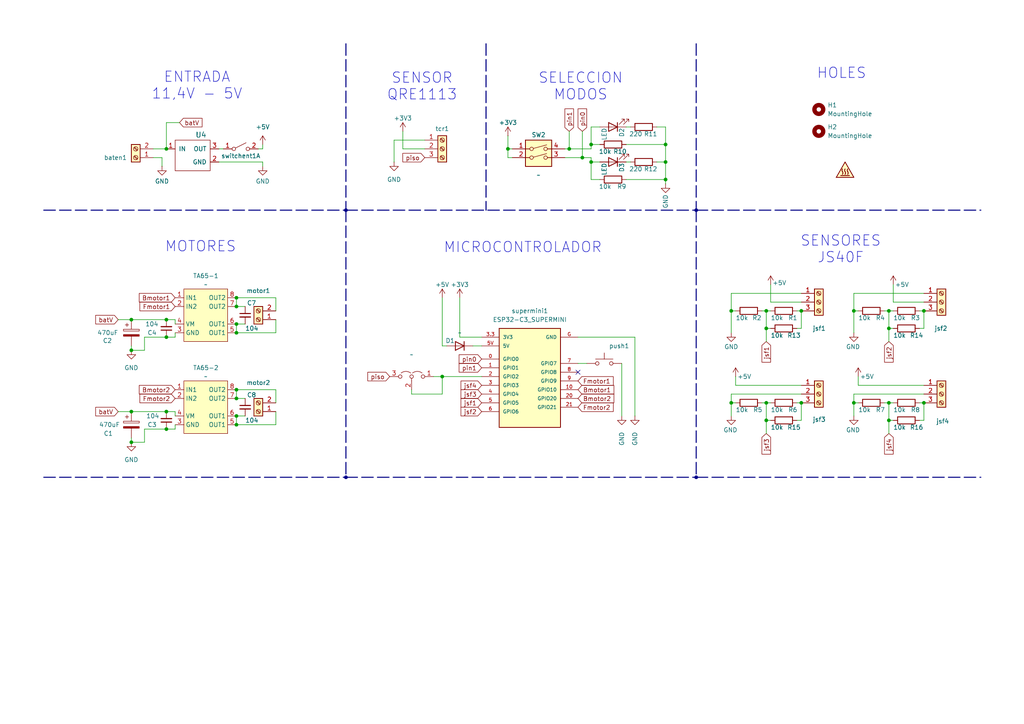
<source format=kicad_sch>
(kicad_sch (version 20250114) (generator "eeschema") (generator_version "9.0")
  (paper "A4")
  (title_block (title "minisumo"))
  (lib_symbols
    (symbol "Connector:Screw_Terminal_01x02" (pin_names (offset 1.016) (hide yes))
      (property "Reference" "J" (at 0 2.54 0))
      (property "Value" "Screw_Terminal_01x02" (at 0 -5.08 0))
      (symbol "Screw_Terminal_01x02_1_1"
        (rectangle (start -1.27 1.27) (end 1.27 -3.81) (stroke (width 0.254)) (fill (type background)))
        (polyline (pts (xy -0.5334 0.3302) (xy 0.3302 -0.508)) (stroke (width 0.1524)))
        (polyline (pts (xy -0.5334 -2.2098) (xy 0.3302 -3.048)) (stroke (width 0.1524)))
        (polyline (pts (xy -0.3556 0.508) (xy 0.508 -0.3302)) (stroke (width 0.1524)))
        (polyline (pts (xy -0.3556 -2.032) (xy 0.508 -2.8702)) (stroke (width 0.1524)))
        (circle (center 0 0) (radius 0.635) (stroke (width 0.1524)))
        (circle (center 0 -2.54) (radius 0.635) (stroke (width 0.1524)))
        (pin passive line (at -5.08 0 0) (length 3.81) (name "Pin_1") (number "1"))
        (pin passive line (at -5.08 -2.54 0) (length 3.81) (name "Pin_2") (number "2"))
      )
    )
    (symbol "Connector:Screw_Terminal_01x03" (pin_names (offset 1.016) (hide yes))
      (property "Reference" "J" (at 0 5.08 0))
      (property "Value" "Screw_Terminal_01x03" (at 0 -5.08 0))
      (symbol "Screw_Terminal_01x03_1_1"
        (rectangle (start -1.27 3.81) (end 1.27 -3.81) (stroke (width 0.254)) (fill (type background)))
        (polyline (pts (xy -0.5334 2.8702) (xy 0.3302 2.032)) (stroke (width 0.1524)))
        (polyline (pts (xy -0.5334 0.3302) (xy 0.3302 -0.508)) (stroke (width 0.1524)))
        (polyline (pts (xy -0.5334 -2.2098) (xy 0.3302 -3.048)) (stroke (width 0.1524)))
        (polyline (pts (xy -0.3556 3.048) (xy 0.508 2.2098)) (stroke (width 0.1524)))
        (polyline (pts (xy -0.3556 0.508) (xy 0.508 -0.3302)) (stroke (width 0.1524)))
        (polyline (pts (xy -0.3556 -2.032) (xy 0.508 -2.8702)) (stroke (width 0.1524)))
        (circle (center 0 2.54) (radius 0.635) (stroke (width 0.1524)))
        (circle (center 0 0) (radius 0.635) (stroke (width 0.1524)))
        (circle (center 0 -2.54) (radius 0.635) (stroke (width 0.1524)))
        (pin passive line (at -5.08 2.54 0) (length 3.81) (name "Pin_1") (number "1"))
        (pin passive line (at -5.08 0 0) (length 3.81) (name "Pin_2") (number "2"))
        (pin passive line (at -5.08 -2.54 0) (length 3.81) (name "Pin_3") (number "3"))
      )
    )
    (symbol "Device:C_Polarized" (pin_numbers (hide yes)) (pin_names (offset 0.254))
      (property "Reference" "C" (at 0.635 2.54 0))
      (property "Value" "C_Polarized" (at 0.635 -2.54 0))
      (symbol "C_Polarized_0_1"
        (rectangle (start -2.286 0.508) (end 2.286 1.016))
        (polyline (pts (xy -1.778 2.286) (xy -0.762 2.286)))
        (polyline (pts (xy -1.27 2.794) (xy -1.27 1.778)))
        (rectangle (start 2.286 -0.508) (end -2.286 -1.016) (fill (type outline)))
      )
      (symbol "C_Polarized_1_1"
        (pin passive line (at 0 3.81 270) (length 2.794) (name "~") (number "1"))
        (pin passive line (at 0 -3.81 90) (length 2.794) (name "~") (number "2"))
      )
    )
    (symbol "Device:C_Small" (pin_numbers (hide yes)) (pin_names (offset 0.254) (hide yes))
      (property "Reference" "C" (at 0.254 1.778 0))
      (property "Value" "C_Small" (at 0.254 -2.032 0))
      (symbol "C_Small_0_1"
        (polyline (pts (xy -1.524 0.508) (xy 1.524 0.508)) (stroke (width 0.3048)))
        (polyline (pts (xy -1.524 -0.508) (xy 1.524 -0.508)) (stroke (width 0.3302)))
      )
      (symbol "C_Small_1_1"
        (pin passive line (at 0 2.54 270) (length 2.032) (name "~") (number "1"))
        (pin passive line (at 0 -2.54 90) (length 2.032) (name "~") (number "2"))
      )
    )
    (symbol "Device:D" (pin_numbers (hide yes)) (pin_names (offset 1.016) (hide yes))
      (property "Reference" "D" (at 0 2.54 0))
      (property "Value" "D" (at 0 -2.54 0))
      (symbol "D_0_1"
        (polyline (pts (xy -1.27 1.27) (xy -1.27 -1.27)) (stroke (width 0.254)))
        (polyline (pts (xy 1.27 1.27) (xy 1.27 -1.27) (xy -1.27 0) (xy 1.27 1.27)) (stroke (width 0.254)))
        (polyline (pts (xy 1.27 0) (xy -1.27 0)))
      )
      (symbol "D_1_1"
        (pin passive line (at -3.81 0 0) (length 2.54) (name "K") (number "1"))
        (pin passive line (at 3.81 0 180) (length 2.54) (name "A") (number "2"))
      )
    )
    (symbol "Device:LED" (pin_numbers (hide yes)) (pin_names (offset 1.016) (hide yes))
      (property "Reference" "D" (at 0 2.54 0))
      (property "Value" "LED" (at 0 -2.54 0))
      (symbol "LED_0_1"
        (polyline (pts (xy -3.048 -0.762) (xy -4.572 -2.286) (xy -3.81 -2.286) (xy -4.572 -2.286) (xy -4.572 -1.524)))
        (polyline (pts (xy -1.778 -0.762) (xy -3.302 -2.286) (xy -2.54 -2.286) (xy -3.302 -2.286) (xy -3.302 -1.524)))
        (polyline (pts (xy -1.27 0) (xy 1.27 0)))
        (polyline (pts (xy -1.27 -1.27) (xy -1.27 1.27)) (stroke (width 0.254)))
        (polyline (pts (xy 1.27 -1.27) (xy 1.27 1.27) (xy -1.27 0) (xy 1.27 -1.27)) (stroke (width 0.254)))
      )
      (symbol "LED_1_1"
        (pin passive line (at -3.81 0 0) (length 2.54) (name "K") (number "1"))
        (pin passive line (at 3.81 0 180) (length 2.54) (name "A") (number "2"))
      )
    )
    (symbol "Device:R" (pin_numbers (hide yes)) (pin_names (offset 0))
      (property "Reference" "R" (at 2.032 0 90))
      (property "Value" "R" (at 0 0 90))
      (symbol "R_0_1"
        (rectangle (start -1.016 -2.54) (end 1.016 2.54) (stroke (width 0.254)))
      )
      (symbol "R_1_1"
        (pin passive line (at 0 3.81 270) (length 1.27) (name "~") (number "1"))
        (pin passive line (at 0 -3.81 90) (length 1.27) (name "~") (number "2"))
      )
    )
    (symbol "EESTN5:SW_Push" (pin_numbers (hide yes)) (pin_names (offset 1.016) (hide yes))
      (property "Reference" "SW" (at 1.27 2.54 0))
      (symbol "SW_Push_0_1"
        (circle (center -2.032 0) (radius 0.508))
        (polyline (pts (xy 0 1.27) (xy 0 3.048)))
        (circle (center 2.032 0) (radius 0.508))
        (polyline (pts (xy 2.54 1.27) (xy -2.54 1.27)))
        (pin passive line (at -5.08 0 0) (length 2.54) (name "1") (number "1"))
        (pin passive line (at 5.08 0 180) (length 2.54) (name "2") (number "2"))
      )
    )
    (symbol "Graphic:SYM_Hot_Small" (in_bom no) (on_board no)
      (symbol "SYM_Hot_Small_0_1"
        (polyline (pts (xy -2.54 -1.905) (xy 2.54 -1.905) (xy 0 2.54) (xy -2.54 -1.905)) (stroke (width 0.254)) (fill (type background)))
        (arc (start -0.762 -0.254) (mid -0.635 -0.635) (end -0.762 -1.016) (stroke (width 0.254)))
        (arc (start 0 -0.254) (mid 0.127 -0.635) (end 0 -1.016) (stroke (width 0.254)))
        (arc (start -0.762 -0.254) (mid -0.889 0.127) (end -0.762 0.508) (stroke (width 0.254)))
        (arc (start 0.762 -0.254) (mid 0.889 -0.635) (end 0.762 -1.016) (stroke (width 0.254)))
        (arc (start 0 -0.254) (mid -0.127 0.127) (end 0 0.508) (stroke (width 0.254)))
        (arc (start 0.762 -0.254) (mid 0.635 0.127) (end 0.762 0.508) (stroke (width 0.254)))
        (polyline (pts (xy 1.27 -1.397) (xy -1.27 -1.397)) (stroke (width 0.254)))
      )
    )
    (symbol "Jumper:Jumper_3_Open" (pin_names (offset 0) (hide yes)) (exclude_from_sim yes) (in_bom no)
      (property "Reference" "JP" (at -2.54 -2.54 0))
      (property "Value" "Jumper_3_Open" (at 0 2.794 0))
      (symbol "Jumper_3_Open_0_0"
        (circle (center -3.302 0) (radius 0.508))
        (circle (center 0 0) (radius 0.508))
        (circle (center 3.302 0) (radius 0.508))
      )
      (symbol "Jumper_3_Open_0_1"
        (arc (start -3.048 1.016) (mid -1.651 1.4992) (end -0.254 1.016))
        (polyline (pts (xy 0 -0.508) (xy 0 -1.27)))
        (arc (start 0.254 1.016) (mid 1.651 1.4992) (end 3.048 1.016))
      )
      (symbol "Jumper_3_Open_1_1"
        (pin passive line (at -6.35 0 0) (length 2.54) (name "A") (number "1"))
        (pin passive line (at 0 -3.81 90) (length 2.54) (name "C") (number "2"))
        (pin passive line (at 6.35 0 180) (length 2.54) (name "B") (number "3"))
      )
    )
    (symbol "Mechanical:MountingHole" (pin_names (offset 1.016)) (in_bom no)
      (property "Reference" "H" (at 0 5.08 0))
      (property "Value" "MountingHole" (at 0 3.175 0))
      (symbol "MountingHole_0_1"
        (circle (center 0 0) (radius 1.27) (stroke (width 1.27)))
      )
    )
    (symbol "MixLib:ESP32-C3_SUPERMINI" (pin_names (offset 1.016))
      (property "Reference" "U" (at -12.7 15.494 0))
      (property "Value" "ESP32-C3_SUPERMINI" (at -12.7 -20.32 0))
      (symbol "ESP32-C3_SUPERMINI_0_0"
        (rectangle (start -12.7 15.24) (end 5.08 -13.462) (stroke (width 0.254)) (fill (type background)))
        (pin power_in line (at -17.78 12.7 0) (length 5.08) (name "3V3") (number "3.3"))
        (pin power_in line (at -17.78 10.16 0) (length 5.08) (name "5V") (number "5V"))
        (pin bidirectional line (at -17.78 6.35 0) (length 5.08) (name "GPIO0") (number "0"))
        (pin bidirectional line (at -17.78 3.81 0) (length 5.08) (name "GPIO1") (number "1"))
        (pin bidirectional line (at -17.78 1.27 0) (length 5.08) (name "GPIO2") (number "2"))
        (pin bidirectional line (at -17.78 -1.27 0) (length 5.08) (name "GPIO3") (number "3"))
        (pin bidirectional line (at -17.78 -3.81 0) (length 5.08) (name "GPIO4") (number "4"))
        (pin bidirectional line (at -17.78 -6.35 0) (length 5.08) (name "GPIO5") (number "5"))
        (pin bidirectional line (at -17.78 -8.89 0) (length 5.08) (name "GPIO6") (number "6"))
        (pin power_in line (at 10.16 12.7 180) (length 5.08) (name "GND") (number "G"))
        (pin bidirectional line (at 10.16 5.08 180) (length 5.08) (name "GPIO7") (number "7"))
        (pin bidirectional line (at 10.16 2.54 180) (length 5.08) (name "GPIO8") (number "8"))
        (pin bidirectional line (at 10.16 0 180) (length 5.08) (name "GPIO9") (number "9"))
        (pin bidirectional line (at 10.16 -2.54 180) (length 5.08) (name "GPIO10") (number "10"))
        (pin bidirectional line (at 10.16 -5.08 180) (length 5.08) (name "GPIO20") (number "20"))
        (pin bidirectional line (at 10.16 -7.62 180) (length 5.08) (name "GPIO21") (number "21"))
      )
    )
    (symbol "MixLib:Mini360" (pin_names (offset 1.016))
      (property "Reference" "U" (at -5.588 5.08 0))
      (symbol "Mini360_1_1"
        (rectangle (start -10.16 6.35) (end 0 -2.54))
        (pin power_in line (at -12.7 3.81 0) (length 2.54) (name "IN") (number "1"))
        (pin power_out line (at 2.54 3.81 180) (length 2.54) (name "OUT") (number "3"))
        (pin power_out line (at 2.54 0 180) (length 2.54) (name "GND") (number "2"))
      )
    )
    (symbol "MixLib:TA6586"
      (property "Reference" "U" (at -1.016 0.254 0))
      (symbol "TA6586_1_1"
        (rectangle (start -6.35 7.62) (end 6.35 -7.62) (fill (type background)))
        (pin input line (at -8.89 5.08 0) (length 2.54) (name "IN1") (number "1"))
        (pin input line (at -8.89 2.54 0) (length 2.54) (name "IN2") (number "2"))
        (pin power_in line (at -8.89 -2.54 0) (length 2.54) (name "VM") (number "4"))
        (pin power_out line (at -8.89 -5.08 0) (length 2.54) (name "GND") (number "3"))
        (pin power_out line (at 8.89 5.08 180) (length 2.54) (name "OUT2") (number "8"))
        (pin power_out line (at 8.89 2.54 180) (length 2.54) (name "OUT2") (number "7"))
        (pin power_out line (at 8.89 -2.54 180) (length 2.54) (name "OUT1") (number "6"))
        (pin power_out line (at 8.89 -5.08 180) (length 2.54) (name "OUT1") (number "5"))
      )
    )
    (symbol "Switch:SW_DIP_x02" (pin_names (offset 0) (hide yes))
      (property "Reference" "SW" (at 0 6.35 0))
      (property "Value" "SW_DIP_x02" (at 0 -3.81 0))
      (symbol "SW_DIP_x02_0_0"
        (circle (center -2.032 2.54) (radius 0.508))
        (circle (center -2.032 0) (radius 0.508))
        (polyline (pts (xy -1.524 2.667) (xy 2.3622 3.7084)))
        (polyline (pts (xy -1.524 0.127) (xy 2.3622 1.1684)))
        (circle (center 2.032 2.54) (radius 0.508))
        (circle (center 2.032 0) (radius 0.508))
      )
      (symbol "SW_DIP_x02_0_1"
        (rectangle (start -3.81 5.08) (end 3.81 -2.54) (stroke (width 0.254)) (fill (type background)))
      )
      (symbol "SW_DIP_x02_1_1"
        (pin passive line (at -7.62 2.54 0) (length 5.08) (name "~") (number "1"))
        (pin passive line (at -7.62 0 0) (length 5.08) (name "~") (number "2"))
        (pin passive line (at 7.62 2.54 180) (length 5.08) (name "~") (number "4"))
        (pin passive line (at 7.62 0 180) (length 5.08) (name "~") (number "3"))
      )
    )
    (symbol "Switch:SW_DPST_x2" (pin_names (offset 0) (hide yes))
      (property "Reference" "SW" (at 0 3.175 0))
      (property "Value" "SW_DPST_x2" (at 0 -2.54 0))
      (symbol "SW_DPST_x2_0_0"
        (circle (center -2.032 0) (radius 0.508))
        (polyline (pts (xy -1.524 0.254) (xy 1.524 1.778)))
        (circle (center 2.032 0) (radius 0.508))
      )
      (symbol "SW_DPST_x2_1_1"
        (pin passive line (at -5.08 0 0) (length 2.54) (name "A") (number "1"))
        (pin passive line (at 5.08 0 180) (length 2.54) (name "B") (number "2"))
      )
      (symbol "SW_DPST_x2_2_1"
        (pin passive line (at -5.08 0 0) (length 2.54) (name "A") (number "3"))
        (pin passive line (at 5.08 0 180) (length 2.54) (name "B") (number "4"))
      )
    )
    (symbol "power:+3V3" (power) (pin_numbers (hide yes)) (pin_names (offset 0) (hide yes))
      (property "Value" "+3V3" (at 0 3.556 0))
      (symbol "+3V3_0_1"
        (polyline (pts (xy -0.762 1.27) (xy 0 2.54)))
        (polyline (pts (xy 0 2.54) (xy 0.762 1.27)))
        (polyline (pts (xy 0 0) (xy 0 2.54)))
      )
      (symbol "+3V3_1_1"
        (pin power_in line (at 0 0 90) (length 0) (name "~") (number "1"))
      )
    )
    (symbol "power:+5V" (power) (pin_numbers (hide yes)) (pin_names (offset 0) (hide yes))
      (property "Value" "+5V" (at 0 3.556 0))
      (symbol "+5V_0_1"
        (polyline (pts (xy -0.762 1.27) (xy 0 2.54)))
        (polyline (pts (xy 0 2.54) (xy 0.762 1.27)))
        (polyline (pts (xy 0 0) (xy 0 2.54)))
      )
      (symbol "+5V_1_1"
        (pin power_in line (at 0 0 90) (length 0) (name "~") (number "1"))
      )
    )
    (symbol "power:GND" (power) (pin_numbers (hide yes)) (pin_names (offset 0) (hide yes))
      (property "Value" "GND" (at 0 -3.81 0))
      (symbol "GND_0_1"
        (polyline (pts (xy 0 0) (xy 0 -1.27) (xy 1.27 -1.27) (xy 0 -2.54) (xy -1.27 -1.27) (xy 0 -1.27)))
      )
      (symbol "GND_1_1"
        (pin power_in line (at 0 0 270) (length 0) (name "~") (number "1"))
      )
    )
  )
  (text "SENSOR\nQRE1113" (at 122.428 25.146 0) (effects (font (size 3 3))))
  (text "SELECCION\nMODOS" (at 168.402 25.146 0) (effects (font (size 3 3))))
  (text "HOLES" (at 244.094 21.336 0) (effects (font (size 3 3))))
  (text "MICROCONTROLADOR" (at 151.638 71.882 0) (effects (font (size 3 3))))
  (text "ENTRADA\n11,4V - 5V\n" (at 57.15 24.892 0) (effects (font (size 3 3))))
  (text "MOTORES" (at 58.166 71.628 0) (effects (font (size 3 3))))
  (text "SENSORES\nJS40F" (at 243.84 72.39 0) (effects (font (size 3 3))))
  (junction (at 232.41 116.84))
  (junction (at 212.09 116.84))
  (junction (at 171.45 41.91))
  (junction (at 257.81 95.25))
  (junction (at 212.09 90.17))
  (junction (at 247.65 116.84))
  (junction (at 48.26 124.46))
  (junction (at 100.33 138.43))
  (junction (at 165.1 43.18))
  (junction (at 247.65 90.17))
  (junction (at 267.97 90.17))
  (junction (at 48.26 92.71))
  (junction (at 68.58 120.65))
  (junction (at 38.1 101.6))
  (junction (at 38.1 119.38))
  (junction (at 68.58 113.03))
  (junction (at 128.27 109.22))
  (junction (at 100.33 60.96))
  (junction (at 168.91 45.72))
  (junction (at 222.25 90.17))
  (junction (at 147.32 43.18))
  (junction (at 68.58 115.57))
  (junction (at 68.58 88.9))
  (junction (at 201.93 138.43))
  (junction (at 222.25 121.92))
  (junction (at 68.58 86.36))
  (junction (at 193.04 46.99))
  (junction (at 222.25 116.84))
  (junction (at 68.58 93.98))
  (junction (at 171.45 46.99))
  (junction (at 193.04 52.07))
  (junction (at 257.81 121.92))
  (junction (at 68.58 96.52))
  (junction (at 68.58 123.19))
  (junction (at 257.81 90.17))
  (junction (at 48.26 43.18))
  (junction (at 38.1 128.27))
  (junction (at 222.25 95.25))
  (junction (at 48.26 119.38))
  (junction (at 193.04 41.91))
  (junction (at 201.93 60.96))
  (junction (at 257.81 116.84))
  (junction (at 232.41 90.17))
  (junction (at 38.1 92.71))
  (junction (at 48.26 97.79))
  (junction (at 267.97 116.84))
  (no_connect (at 167.64 107.95))
  (bus (pts (xy 201.93 60.96) (xy 201.93 138.43)) (stroke (width 0) (type dash)))
  (wire (pts (xy 257.81 90.17) (xy 257.81 95.25)))
  (wire (pts (xy 259.08 87.63) (xy 267.97 87.63)))
  (wire (pts (xy 128.27 86.36) (xy 128.27 100.33)))
  (wire (pts (xy 212.09 90.17) (xy 212.09 96.52)))
  (wire (pts (xy 181.61 46.99) (xy 182.88 46.99)))
  (wire (pts (xy 212.09 85.09) (xy 212.09 90.17)))
  (wire (pts (xy 222.25 90.17) (xy 222.25 95.25)))
  (wire (pts (xy 68.58 113.03) (xy 80.01 113.03)))
  (wire (pts (xy 80.01 123.19) (xy 80.01 119.38)))
  (bus (pts (xy 140.97 12.7) (xy 140.97 60.96)) (stroke (width 0) (type dash)))
  (wire (pts (xy 163.83 43.18) (xy 165.1 43.18)))
  (wire (pts (xy 171.45 41.91) (xy 173.99 41.91)))
  (wire (pts (xy 193.04 36.83) (xy 193.04 41.91)))
  (wire (pts (xy 193.04 41.91) (xy 193.04 46.99)))
  (wire (pts (xy 182.88 36.83) (xy 181.61 36.83)))
  (wire (pts (xy 128.27 100.33) (xy 129.54 100.33)))
  (wire (pts (xy 168.91 38.1) (xy 168.91 45.72)))
  (wire (pts (xy 231.14 116.84) (xy 232.41 116.84)))
  (wire (pts (xy 50.8 92.71) (xy 50.8 93.98)))
  (wire (pts (xy 41.91 101.6) (xy 41.91 97.79)))
  (wire (pts (xy 71.12 93.98) (xy 68.58 93.98)))
  (wire (pts (xy 76.2 48.26) (xy 76.2 46.99)))
  (wire (pts (xy 257.81 95.25) (xy 259.08 95.25)))
  (wire (pts (xy 170.18 105.41) (xy 167.64 105.41)))
  (wire (pts (xy 247.65 116.84) (xy 248.92 116.84)))
  (wire (pts (xy 41.91 97.79) (xy 48.26 97.79)))
  (wire (pts (xy 68.58 96.52) (xy 80.01 96.52)))
  (wire (pts (xy 247.65 114.3) (xy 247.65 116.84)))
  (wire (pts (xy 171.45 46.99) (xy 171.45 52.07)))
  (wire (pts (xy 256.54 90.17) (xy 257.81 90.17)))
  (wire (pts (xy 133.35 97.79) (xy 133.35 86.36)))
  (wire (pts (xy 267.97 90.17) (xy 267.97 95.25)))
  (bus (pts (xy 12.7 138.43) (xy 100.33 138.43)) (stroke (width 0) (type dash)))
  (wire (pts (xy 34.29 119.38) (xy 38.1 119.38)))
  (wire (pts (xy 137.16 100.33) (xy 139.7 100.33)))
  (wire (pts (xy 44.45 45.72) (xy 46.99 45.72)))
  (wire (pts (xy 248.92 109.22) (xy 248.92 111.76)))
  (wire (pts (xy 257.81 116.84) (xy 257.81 121.92)))
  (wire (pts (xy 223.52 87.63) (xy 232.41 87.63)))
  (wire (pts (xy 38.1 128.27) (xy 38.1 127)))
  (wire (pts (xy 148.59 45.72) (xy 147.32 45.72)))
  (wire (pts (xy 76.2 46.99) (xy 63.5 46.99)))
  (wire (pts (xy 193.04 46.99) (xy 193.04 52.07)))
  (wire (pts (xy 171.45 41.91) (xy 171.45 36.83)))
  (wire (pts (xy 80.01 96.52) (xy 80.01 92.71)))
  (wire (pts (xy 71.12 88.9) (xy 68.58 88.9)))
  (wire (pts (xy 68.58 113.03) (xy 68.58 115.57)))
  (wire (pts (xy 247.65 90.17) (xy 247.65 85.09)))
  (wire (pts (xy 50.8 97.79) (xy 50.8 96.52)))
  (wire (pts (xy 71.12 115.57) (xy 68.58 115.57)))
  (wire (pts (xy 38.1 128.27) (xy 41.91 128.27)))
  (wire (pts (xy 259.08 82.55) (xy 259.08 87.63)))
  (wire (pts (xy 212.09 114.3) (xy 212.09 116.84)))
  (wire (pts (xy 48.26 119.38) (xy 50.8 119.38)))
  (wire (pts (xy 267.97 116.84) (xy 267.97 121.92)))
  (wire (pts (xy 147.32 43.18) (xy 148.59 43.18)))
  (bus (pts (xy 100.33 138.43) (xy 201.93 138.43)) (stroke (width 0) (type dash)))
  (wire (pts (xy 267.97 95.25) (xy 266.7 95.25)))
  (wire (pts (xy 171.45 43.18) (xy 171.45 41.91)))
  (wire (pts (xy 114.3 40.64) (xy 114.3 46.99)))
  (wire (pts (xy 38.1 101.6) (xy 41.91 101.6)))
  (wire (pts (xy 38.1 92.71) (xy 48.26 92.71)))
  (wire (pts (xy 232.41 121.92) (xy 231.14 121.92)))
  (wire (pts (xy 212.09 85.09) (xy 232.41 85.09)))
  (wire (pts (xy 80.01 86.36) (xy 80.01 90.17)))
  (wire (pts (xy 168.91 45.72) (xy 171.45 45.72)))
  (wire (pts (xy 52.07 35.56) (xy 48.26 35.56)))
  (wire (pts (xy 147.32 39.37) (xy 147.32 43.18)))
  (bus (pts (xy 201.93 138.43) (xy 284.48 138.43)) (stroke (width 0) (type dash)))
  (wire (pts (xy 48.26 35.56) (xy 48.26 43.18)))
  (wire (pts (xy 247.65 116.84) (xy 247.65 120.65)))
  (bus (pts (xy 201.93 12.7) (xy 201.93 60.96)) (stroke (width 0) (type dash)))
  (wire (pts (xy 125.73 109.22) (xy 128.27 109.22)))
  (wire (pts (xy 231.14 90.17) (xy 232.41 90.17)))
  (wire (pts (xy 48.26 92.71) (xy 50.8 92.71)))
  (wire (pts (xy 220.98 90.17) (xy 222.25 90.17)))
  (wire (pts (xy 48.26 124.46) (xy 50.8 124.46)))
  (wire (pts (xy 38.1 119.38) (xy 48.26 119.38)))
  (wire (pts (xy 68.58 86.36) (xy 68.58 88.9)))
  (wire (pts (xy 232.41 95.25) (xy 231.14 95.25)))
  (wire (pts (xy 68.58 120.65) (xy 68.58 123.19)))
  (wire (pts (xy 147.32 45.72) (xy 147.32 43.18)))
  (wire (pts (xy 247.65 90.17) (xy 248.92 90.17)))
  (wire (pts (xy 76.2 41.91) (xy 76.2 43.18)))
  (wire (pts (xy 68.58 86.36) (xy 80.01 86.36)))
  (wire (pts (xy 193.04 53.34) (xy 193.04 52.07)))
  (wire (pts (xy 123.19 43.18) (xy 116.84 43.18)))
  (wire (pts (xy 212.09 116.84) (xy 213.36 116.84)))
  (bus (pts (xy 201.93 60.96) (xy 284.48 60.96)) (stroke (width 0) (type dash)))
  (wire (pts (xy 68.58 93.98) (xy 68.58 96.52)))
  (wire (pts (xy 184.15 97.79) (xy 184.15 120.65)))
  (wire (pts (xy 257.81 121.92) (xy 257.81 125.73)))
  (bus (pts (xy 100.33 60.96) (xy 201.93 60.96)) (stroke (width 0) (type dash)))
  (wire (pts (xy 123.19 40.64) (xy 114.3 40.64)))
  (wire (pts (xy 80.01 113.03) (xy 80.01 116.84)))
  (wire (pts (xy 222.25 121.92) (xy 222.25 125.73)))
  (bus (pts (xy 100.33 12.7) (xy 100.33 60.96)) (stroke (width 0) (type dash)))
  (bus (pts (xy 12.7 60.96) (xy 100.33 60.96)) (stroke (width 0) (type dash)))
  (wire (pts (xy 116.84 43.18) (xy 116.84 38.1)))
  (wire (pts (xy 247.65 90.17) (xy 247.65 96.52)))
  (wire (pts (xy 212.09 114.3) (xy 232.41 114.3)))
  (wire (pts (xy 257.81 121.92) (xy 259.08 121.92)))
  (wire (pts (xy 139.7 97.79) (xy 133.35 97.79)))
  (wire (pts (xy 128.27 114.3) (xy 128.27 109.22)))
  (wire (pts (xy 181.61 52.07) (xy 193.04 52.07)))
  (wire (pts (xy 220.98 116.84) (xy 222.25 116.84)))
  (wire (pts (xy 213.36 111.76) (xy 232.41 111.76)))
  (wire (pts (xy 68.58 123.19) (xy 80.01 123.19)))
  (wire (pts (xy 222.25 95.25) (xy 223.52 95.25)))
  (wire (pts (xy 256.54 116.84) (xy 257.81 116.84)))
  (wire (pts (xy 213.36 109.22) (xy 213.36 111.76)))
  (wire (pts (xy 222.25 121.92) (xy 223.52 121.92)))
  (wire (pts (xy 48.26 97.79) (xy 50.8 97.79)))
  (wire (pts (xy 41.91 128.27) (xy 41.91 124.46)))
  (wire (pts (xy 128.27 109.22) (xy 139.7 109.22)))
  (wire (pts (xy 222.25 116.84) (xy 223.52 116.84)))
  (wire (pts (xy 50.8 124.46) (xy 50.8 123.19)))
  (wire (pts (xy 267.97 121.92) (xy 266.7 121.92)))
  (wire (pts (xy 165.1 43.18) (xy 171.45 43.18)))
  (wire (pts (xy 167.64 97.79) (xy 184.15 97.79)))
  (wire (pts (xy 222.25 116.84) (xy 222.25 121.92)))
  (wire (pts (xy 222.25 90.17) (xy 223.52 90.17)))
  (wire (pts (xy 165.1 38.1) (xy 165.1 43.18)))
  (wire (pts (xy 247.65 85.09) (xy 267.97 85.09)))
  (wire (pts (xy 34.29 92.71) (xy 38.1 92.71)))
  (wire (pts (xy 247.65 114.3) (xy 267.97 114.3)))
  (wire (pts (xy 223.52 82.55) (xy 223.52 87.63)))
  (wire (pts (xy 222.25 95.25) (xy 222.25 99.06)))
  (bus (pts (xy 100.33 60.96) (xy 100.33 138.43)) (stroke (width 0) (type dash)))
  (wire (pts (xy 190.5 36.83) (xy 193.04 36.83)))
  (wire (pts (xy 38.1 100.33) (xy 38.1 101.6)))
  (wire (pts (xy 173.99 36.83) (xy 171.45 36.83)))
  (wire (pts (xy 171.45 45.72) (xy 171.45 46.99)))
  (wire (pts (xy 257.81 95.25) (xy 257.81 99.06)))
  (wire (pts (xy 163.83 45.72) (xy 168.91 45.72)))
  (wire (pts (xy 212.09 90.17) (xy 213.36 90.17)))
  (wire (pts (xy 266.7 116.84) (xy 267.97 116.84)))
  (wire (pts (xy 119.38 113.03) (xy 119.38 114.3)))
  (wire (pts (xy 76.2 43.18) (xy 74.93 43.18)))
  (wire (pts (xy 171.45 46.99) (xy 173.99 46.99)))
  (wire (pts (xy 180.34 120.65) (xy 180.34 105.41)))
  (wire (pts (xy 232.41 116.84) (xy 232.41 121.92)))
  (wire (pts (xy 50.8 119.38) (xy 50.8 120.65)))
  (wire (pts (xy 212.09 116.84) (xy 212.09 120.65)))
  (wire (pts (xy 257.81 116.84) (xy 259.08 116.84)))
  (wire (pts (xy 248.92 111.76) (xy 267.97 111.76)))
  (wire (pts (xy 266.7 90.17) (xy 267.97 90.17)))
  (wire (pts (xy 41.91 124.46) (xy 48.26 124.46)))
  (wire (pts (xy 119.38 114.3) (xy 128.27 114.3)))
  (wire (pts (xy 71.12 120.65) (xy 68.58 120.65)))
  (wire (pts (xy 64.77 43.18) (xy 63.5 43.18)))
  (wire (pts (xy 257.81 90.17) (xy 259.08 90.17)))
  (wire (pts (xy 232.41 90.17) (xy 232.41 95.25)))
  (wire (pts (xy 173.99 52.07) (xy 171.45 52.07)))
  (wire (pts (xy 46.99 45.72) (xy 46.99 48.26)))
  (wire (pts (xy 44.45 43.18) (xy 48.26 43.18)))
  (wire (pts (xy 181.61 41.91) (xy 193.04 41.91)))
  (wire (pts (xy 193.04 46.99) (xy 190.5 46.99)))
  (global_label "Fmotor1" (shape input) (at 50.8 88.9 180) (property "Intersheetrefs" "${INTERSHEET_REFS}" (effects (hide yes))))
  (global_label "pin1" (shape input) (at 165.1 38.1 90) (property "Intersheetrefs" "${INTERSHEET_REFS}" (effects (hide yes))))
  (global_label "Fmotor1" (shape input) (at 167.64 110.49 0) (property "Intersheetrefs" "${INTERSHEET_REFS}" (effects (hide yes))))
  (global_label "jsf1" (shape input) (at 139.7 116.84 180) (property "Intersheetrefs" "${INTERSHEET_REFS}" (effects (hide yes))))
  (global_label "jsf1" (shape input) (at 222.25 99.06 270) (property "Intersheetrefs" "${INTERSHEET_REFS}" (effects (hide yes))))
  (global_label "jsf3" (shape input) (at 139.7 114.3 180) (property "Intersheetrefs" "${INTERSHEET_REFS}" (effects (hide yes))))
  (global_label "jsf4" (shape input) (at 257.81 125.73 270) (property "Intersheetrefs" "${INTERSHEET_REFS}" (effects (hide yes))))
  (global_label "pin1" (shape input) (at 139.7 106.68 180) (property "Intersheetrefs" "${INTERSHEET_REFS}" (effects (hide yes))))
  (global_label "batV" (shape input) (at 34.29 92.71 180) (property "Intersheetrefs" "${INTERSHEET_REFS}" (effects (hide yes))))
  (global_label "batV" (shape input) (at 34.29 119.38 180) (property "Intersheetrefs" "${INTERSHEET_REFS}" (effects (hide yes))))
  (global_label "batV" (shape input) (at 52.07 35.56 0) (property "Intersheetrefs" "${INTERSHEET_REFS}" (effects (hide yes))))
  (global_label "pin0" (shape input) (at 168.91 38.1 90) (property "Intersheetrefs" "${INTERSHEET_REFS}" (effects (hide yes))))
  (global_label "jsf2" (shape input) (at 257.81 99.06 270) (property "Intersheetrefs" "${INTERSHEET_REFS}" (effects (hide yes))))
  (global_label "pin0" (shape input) (at 139.7 104.14 180) (property "Intersheetrefs" "${INTERSHEET_REFS}" (effects (hide yes))))
  (global_label "jsf3" (shape input) (at 222.25 125.73 270) (property "Intersheetrefs" "${INTERSHEET_REFS}" (effects (hide yes))))
  (global_label "Bmotor1" (shape input) (at 50.8 86.36 180) (property "Intersheetrefs" "${INTERSHEET_REFS}" (effects (hide yes))))
  (global_label "Fmotor2" (shape input) (at 50.8 115.57 180) (property "Intersheetrefs" "${INTERSHEET_REFS}" (effects (hide yes))))
  (global_label "jsf4" (shape input) (at 139.7 111.76 180) (property "Intersheetrefs" "${INTERSHEET_REFS}" (effects (hide yes))))
  (global_label "piso" (shape input) (at 113.03 109.22 180) (property "Intersheetrefs" "${INTERSHEET_REFS}" (effects (hide yes))))
  (global_label "piso" (shape input) (at 123.19 45.72 180) (property "Intersheetrefs" "${INTERSHEET_REFS}" (effects (hide yes))))
  (global_label "Bmotor2" (shape input) (at 50.8 113.03 180) (property "Intersheetrefs" "${INTERSHEET_REFS}" (effects (hide yes))))
  (global_label "Bmotor1" (shape input) (at 167.64 113.03 0) (property "Intersheetrefs" "${INTERSHEET_REFS}" (effects (hide yes))))
  (global_label "jsf2" (shape input) (at 139.7 119.38 180) (property "Intersheetrefs" "${INTERSHEET_REFS}" (effects (hide yes))))
  (global_label "Fmotor2" (shape input) (at 167.64 118.11 0) (property "Intersheetrefs" "${INTERSHEET_REFS}" (effects (hide yes))))
  (global_label "Bmotor2" (shape input) (at 167.64 115.57 0) (property "Intersheetrefs" "${INTERSHEET_REFS}" (effects (hide yes))))
  (symbol (lib_id "power:GND") (at 184.15 120.65 0) (unit 1)
    (property "Reference" "#PWR027" (effects (hide yes)))
    (property "Value" "GND" (at 184.15 125.222 90) (effects (justify right)))
    (property "Description" "Power symbol creates a global label with name \"GND\" , ground" (effects (hide yes)))
  )
  (symbol (lib_id "Mechanical:MountingHole") (at 237.49 31.75 0) (unit 1) (in_bom no)
    (property "Reference" "H1" (at 240.03 30.4799 0) (effects (justify left)))
    (property "Value" "MountingHole" (at 240.03 33.0199 0) (effects (justify left)))
    (property "Footprint" "MountingHole:MountingHole_3.2mm_M3" (effects (hide yes)))
    (property "Description" "Mounting Hole without connection" (effects (hide yes)))
  )
  (symbol (lib_id "Connector:Screw_Terminal_01x02") (at 39.37 45.72 180) (unit 1)
    (property "Reference" "baten1" (at 36.83 45.7201 0) (effects (justify left)))
    (property "Footprint" "Connector_AMASS:AMASS_XT30PW-M_1x02_P2.50mm_Horizontal" (effects (hide yes)))
    (property "Description" "Generic screw terminal, single row, 01x02, script generated (kicad-library-utils/schlib/autogen/connector/)" (effects (hide yes)))
  )
  (symbol (lib_id "Connector:Screw_Terminal_01x03") (at 273.05 114.3 0) (unit 1)
    (property "Reference" "jsf4" (at 271.526 122.174 0) (effects (justify left)))
    (property "Footprint" "Connector_JST:JST_PH_B3B-PH-K_1x03_P2.00mm_Vertical" (effects (hide yes)))
    (property "Description" "Generic screw terminal, single row, 01x03, script generated (kicad-library-utils/schlib/autogen/connector/)" (effects (hide yes)))
  )
  (symbol (lib_id "Device:LED") (at 177.8 36.83 180) (unit 1)
    (property "Reference" "D2" (at 180.34 37.084 90) (effects (justify left)))
    (property "Value" "LED" (at 175.26 37.084 90) (effects (justify left)))
    (property "Footprint" "LED_SMD:LED_0805_2012Metric" (effects (hide yes)))
    (property "Description" "Light emitting diode" (effects (hide yes)))
    (property "Sim.Pins" "1=K 2=A" (effects (hide yes)))
  )
  (symbol (lib_id "MixLib:TA6586") (at 59.69 118.11 0) (unit 1)
    (property "Reference" "TA65-2" (at 59.69 106.68 0))
    (property "Value" "~" (at 59.69 109.22 0))
    (property "Footprint" "Package_DIP:DIP-8_W7.62mm" (effects (hide yes)))
  )
  (symbol (lib_id "Device:R") (at 186.69 46.99 90) (unit 1)
    (property "Reference" "R12" (at 188.722 49.022 90))
    (property "Value" "220" (at 184.404 49.022 90))
    (property "Footprint" "Resistor_SMD:R_0805_2012Metric" (effects (hide yes)))
    (property "Description" "Resistor" (effects (hide yes)))
  )
  (symbol (lib_id "Device:C_Small") (at 71.12 91.44 0) (unit 1)
    (property "Reference" "C7" (at 71.628 87.884 0) (effects (justify left)))
    (property "Value" "104" (at 71.12 95.25 0) (effects (justify left)))
    (property "Footprint" "Capacitor_SMD:C_0805_2012Metric" (effects (hide yes)))
    (property "Description" "Unpolarized capacitor, small symbol" (effects (hide yes)))
  )
  (symbol (lib_id "power:+5V") (at 128.27 86.36 0) (unit 1)
    (property "Reference" "#PWR022" (effects (hide yes)))
    (property "Value" "+5V" (at 128.27 82.55 0))
    (property "Description" "Power symbol creates a global label with name \"+5V\"" (effects (hide yes)))
  )
  (symbol (lib_id "power:GND") (at 114.3 46.99 0) (unit 1)
    (property "Reference" "#PWR02" (effects (hide yes)))
    (property "Value" "GND" (at 114.3 52.07 0))
    (property "Description" "Power symbol creates a global label with name \"GND\" , ground" (effects (hide yes)))
  )
  (symbol (lib_id "Device:C_Polarized") (at 38.1 123.19 0) (unit 1)
    (property "Reference" "C1" (at 32.766 125.73 0) (effects (justify right)))
    (property "Value" "470uF" (at 34.798 123.19 0) (effects (justify right)))
    (property "Footprint" "Capacitor_SMD:CP_Elec_10x10.5" (effects (hide yes)))
    (property "Description" "Polarized capacitor" (effects (hide yes)))
  )
  (symbol (lib_id "Connector:Screw_Terminal_01x03") (at 128.27 43.18 0) (unit 1)
    (property "Reference" "tcr1" (at 126.238 37.338 0) (effects (justify left)))
    (property "Footprint" "Connector_JST:JST_PH_B3B-PH-K_1x03_P2.00mm_Vertical" (effects (hide yes)))
    (property "Description" "Generic screw terminal, single row, 01x03, script generated (kicad-library-utils/schlib/autogen/connector/)" (effects (hide yes)))
  )
  (symbol (lib_id "Connector:Screw_Terminal_01x03") (at 237.49 87.63 0) (unit 1)
    (property "Reference" "jsf1" (at 235.712 95.25 0) (effects (justify left)))
    (property "Footprint" "Connector_JST:JST_PH_B3B-PH-K_1x03_P2.00mm_Vertical" (effects (hide yes)))
    (property "Description" "Generic screw terminal, single row, 01x03, script generated (kicad-library-utils/schlib/autogen/connector/)" (effects (hide yes)))
  )
  (symbol (lib_id "power:+5V") (at 223.52 82.55 0) (unit 1)
    (property "Reference" "#PWR04" (effects (hide yes)))
    (property "Value" "+5V" (at 226.06 82.042 0))
    (property "Description" "Power symbol creates a global label with name \"+5V\"" (effects (hide yes)))
  )
  (symbol (lib_id "Device:D") (at 133.35 100.33 180) (unit 1)
    (property "Reference" "D1" (at 130.556 98.806 0))
    (property "Value" "~" (at 133.35 96.52 0))
    (property "Footprint" "Diode_SMD:D_2010_5025Metric_Pad1.52x2.65mm_HandSolder" (effects (hide yes)))
    (property "Description" "Diode" (effects (hide yes)))
    (property "Sim.Device" "D" (effects (hide yes)))
    (property "Sim.Pins" "1=K 2=A" (effects (hide yes)))
  )
  (symbol (lib_id "Device:C_Small") (at 71.12 118.11 0) (unit 1)
    (property "Reference" "C8" (at 71.628 114.554 0) (effects (justify left)))
    (property "Value" "104" (at 71.12 121.92 0) (effects (justify left)))
    (property "Footprint" "Capacitor_SMD:C_0805_2012Metric" (effects (hide yes)))
    (property "Description" "Unpolarized capacitor, small symbol" (effects (hide yes)))
  )
  (symbol (lib_id "Device:R") (at 262.89 90.17 270) (unit 1)
    (property "Reference" "R3" (at 264.16 92.202 90) (effects (justify left)))
    (property "Value" "10k" (at 259.08 92.202 90) (effects (justify left)))
    (property "Footprint" "Resistor_SMD:R_0805_2012Metric" (effects (hide yes)))
    (property "Description" "Resistor" (effects (hide yes)))
  )
  (symbol (lib_id "Device:R") (at 217.17 90.17 270) (unit 1)
    (property "Reference" "R2" (at 218.186 92.202 90) (effects (justify left)))
    (property "Value" "10k" (at 213.36 92.202 90) (effects (justify left)))
    (property "Footprint" "Resistor_SMD:R_0805_2012Metric" (effects (hide yes)))
    (property "Description" "Resistor" (effects (hide yes)))
  )
  (symbol (lib_id "Switch:SW_DIP_x02") (at 156.21 45.72 0) (unit 1)
    (property "Reference" "SW2" (at 156.21 39.116 0))
    (property "Value" "~" (at 156.21 50.8 0))
    (property "Footprint" "Button_Switch_THT:SW_DIP_SPSTx02_Slide_9.78x7.26mm_W7.62mm_P2.54mm" (effects (hide yes)))
    (property "Description" "2x DIP Switch, Single Pole Single Throw (SPST) switch, small symbol" (effects (hide yes)))
  )
  (symbol (lib_id "Device:R") (at 177.8 52.07 90) (unit 1)
    (property "Reference" "R9" (at 180.34 54.102 90))
    (property "Value" "10k" (at 175.514 54.102 90))
    (property "Footprint" "Resistor_SMD:R_0805_2012Metric" (effects (hide yes)))
    (property "Description" "Resistor" (effects (hide yes)))
  )
  (symbol (lib_id "Device:R") (at 252.73 116.84 270) (unit 1)
    (property "Reference" "R7" (at 254 118.872 90) (effects (justify left)))
    (property "Value" "10k" (at 248.92 118.872 90) (effects (justify left)))
    (property "Footprint" "Resistor_SMD:R_0805_2012Metric" (effects (hide yes)))
    (property "Description" "Resistor" (effects (hide yes)))
  )
  (symbol (lib_id "Jumper:Jumper_3_Open") (at 119.38 109.22 0) (mirror y) (unit 1)
    (property "Reference" "JP2" (effects (hide yes)))
    (property "Value" "~" (at 119.38 102.87 0))
    (property "Footprint" "Connector_PinSocket_2.54mm:PinSocket_1x03_P2.54mm_Vertical" (effects (hide yes)))
    (property "Description" "Jumper, 3-pole, both open" (effects (hide yes)))
  )
  (symbol (lib_id "power:+5V") (at 213.36 109.22 0) (unit 1)
    (property "Reference" "#PWR06" (effects (hide yes)))
    (property "Value" "+5V" (at 215.9 109.22 0))
    (property "Description" "Power symbol creates a global label with name \"+5V\"" (effects (hide yes)))
  )
  (symbol (lib_id "power:+3V3") (at 147.32 39.37 0) (unit 1)
    (property "Reference" "#PWR020" (effects (hide yes)))
    (property "Value" "+3V3" (at 147.32 35.56 0))
    (property "Description" "Power symbol creates a global label with name \"+3V3\"" (effects (hide yes)))
  )
  (symbol (lib_id "power:GND") (at 38.1 101.6 0) (unit 1)
    (property "Reference" "#PWR018" (effects (hide yes)))
    (property "Value" "GND" (at 38.1 106.68 0))
    (property "Description" "Power symbol creates a global label with name \"GND\" , ground" (effects (hide yes)))
  )
  (symbol (lib_id "Device:R") (at 262.89 121.92 270) (unit 1)
    (property "Reference" "R16" (at 263.906 123.952 90) (effects (justify left)))
    (property "Value" "10k" (at 259.08 123.952 90) (effects (justify left)))
    (property "Footprint" "Resistor_SMD:R_0805_2012Metric" (effects (hide yes)))
    (property "Description" "Resistor" (effects (hide yes)))
  )
  (symbol (lib_id "Mechanical:MountingHole") (at 237.49 38.1 0) (unit 1) (in_bom no)
    (property "Reference" "H2" (at 240.03 36.8299 0) (effects (justify left)))
    (property "Value" "MountingHole" (at 240.03 39.3699 0) (effects (justify left)))
    (property "Footprint" "MountingHole:MountingHole_3.2mm_M3" (effects (hide yes)))
    (property "Description" "Mounting Hole without connection" (effects (hide yes)))
  )
  (symbol (lib_id "Device:C_Polarized") (at 38.1 96.52 0) (unit 1)
    (property "Reference" "C2" (at 32.512 98.806 0) (effects (justify right)))
    (property "Value" "470uF" (at 34.29 96.52 0) (effects (justify right)))
    (property "Footprint" "Capacitor_SMD:CP_Elec_10x10.5" (effects (hide yes)))
    (property "Description" "Polarized capacitor" (effects (hide yes)))
  )
  (symbol (lib_id "Connector:Screw_Terminal_01x02") (at 74.93 92.71 180) (unit 1)
    (property "Reference" "motor1" (at 74.93 84.328 0))
    (property "Footprint" "TerminalBlock_TE-Connectivity:TerminalBlock_TE_282834-2_1x02_P2.54mm_Horizontal" (effects (hide yes)))
    (property "Description" "Generic screw terminal, single row, 01x02, script generated (kicad-library-utils/schlib/autogen/connector/)" (effects (hide yes)))
  )
  (symbol (lib_id "power:GND") (at 212.09 96.52 0) (unit 1)
    (property "Reference" "#PWR09" (effects (hide yes)))
    (property "Value" "GND" (at 210.058 100.584 0) (effects (justify left)))
    (property "Description" "Power symbol creates a global label with name \"GND\" , ground" (effects (hide yes)))
  )
  (symbol (lib_id "MixLib:ESP32-C3_SUPERMINI") (at 157.48 110.49 0) (unit 1)
    (property "Reference" "supermini1" (at 153.67 90.17 0))
    (property "Value" "ESP32-C3_SUPERMINI" (at 153.67 92.71 0))
    (property "Footprint" "MixLib:MODULE_ESP32-C3_SUPERMINI" (effects (hide yes)))
    (property "MF" "Espressif Systems" (effects (hide yes)))
    (property "MAXIMUM_PACKAGE_HEIGHT" "4.2mm" (effects (hide yes)))
    (property "Package" "Package" (effects (hide yes)))
    (property "Price" "None" (effects (hide yes)))
    (property "Check_prices" "https://www.snapeda.com/parts/ESP32-C3%20SuperMini/Espressif+Systems/view-part/?ref=eda" (effects (hide yes)))
    (property "STANDARD" "Manufacturer Recommendations" (effects (hide yes)))
    (property "SnapEDA_Link" "https://www.snapeda.com/parts/ESP32-C3%20SuperMini/Espressif+Systems/view-part/?ref=snap" (effects (hide yes)))
    (property "MP" "ESP32-C3 SuperMini" (effects (hide yes)))
    (property "Description_1" "\nSuper tiny ESP32-C3 board\n" (effects (hide yes)))
    (property "Availability" "Not in stock" (effects (hide yes)))
    (property "MANUFACTURER" "Espressif" (effects (hide yes)))
  )
  (symbol (lib_id "MixLib:Mini360") (at 60.96 46.99 0) (unit 1)
    (property "Reference" "U4" (at 56.642 39.116 0) (effects (font (size 1.524 1.524)) (justify left)))
    (property "Value" "~" (at 57.15 39.37 90) (effects (font (size 1.524 1.524)) (justify left)))
    (property "Footprint" "MixLib:Mini360_step-down" (effects (hide yes)))
  )
  (symbol (lib_id "Switch:SW_DPST_x2") (at 69.85 43.18 0) (unit 1)
    (property "Reference" "switchent1" (at 69.85 45.212 0))
    (property "Footprint" "Connector_Molex:Molex_KK-254_AE-6410-02A_1x02_P2.54mm_Vertical" (effects (hide yes)))
    (property "Description" "Single Pole Single Throw (SPST) switch, separate symbol" (effects (hide yes)))
  )
  (symbol (lib_id "Device:R") (at 186.69 36.83 90) (unit 1)
    (property "Reference" "R11" (at 188.722 38.862 90))
    (property "Value" "220" (at 184.404 38.862 90))
    (property "Footprint" "Resistor_SMD:R_0805_2012Metric" (effects (hide yes)))
    (property "Description" "Resistor" (effects (hide yes)))
  )
  (symbol (lib_id "power:GND") (at 247.65 96.52 0) (unit 1)
    (property "Reference" "#PWR010" (effects (hide yes)))
    (property "Value" "GND" (at 245.364 100.584 0) (effects (justify left)))
    (property "Description" "Power symbol creates a global label with name \"GND\" , ground" (effects (hide yes)))
  )
  (symbol (lib_id "Connector:Screw_Terminal_01x02") (at 74.93 119.38 180) (unit 1)
    (property "Reference" "motor2" (at 74.93 110.998 0))
    (property "Footprint" "TerminalBlock_TE-Connectivity:TerminalBlock_TE_282834-2_1x02_P2.54mm_Horizontal" (effects (hide yes)))
    (property "Description" "Generic screw terminal, single row, 01x02, script generated (kicad-library-utils/schlib/autogen/connector/)" (effects (hide yes)))
  )
  (symbol (lib_id "power:GND") (at 247.65 120.65 0) (unit 1)
    (property "Reference" "#PWR016" (effects (hide yes)))
    (property "Value" "GND" (at 245.364 124.714 0) (effects (justify left)))
    (property "Description" "Power symbol creates a global label with name \"GND\" , ground" (effects (hide yes)))
  )
  (symbol (lib_id "Device:LED") (at 177.8 46.99 180) (unit 1)
    (property "Reference" "D3" (at 180.34 47.244 90) (effects (justify left)))
    (property "Value" "LED" (at 175.26 47.244 90) (effects (justify left)))
    (property "Footprint" "LED_SMD:LED_0805_2012Metric" (effects (hide yes)))
    (property "Description" "Light emitting diode" (effects (hide yes)))
    (property "Sim.Pins" "1=K 2=A" (effects (hide yes)))
  )
  (symbol (lib_id "Device:R") (at 227.33 95.25 270) (unit 1)
    (property "Reference" "R13" (at 228.346 97.282 90) (effects (justify left)))
    (property "Value" "10k" (at 223.52 97.282 90) (effects (justify left)))
    (property "Footprint" "Resistor_SMD:R_0805_2012Metric" (effects (hide yes)))
    (property "Description" "Resistor" (effects (hide yes)))
  )
  (symbol (lib_id "Device:R") (at 252.73 90.17 270) (unit 1)
    (property "Reference" "R4" (at 254 92.202 90) (effects (justify left)))
    (property "Value" "10k" (at 248.92 92.202 90) (effects (justify left)))
    (property "Footprint" "Resistor_SMD:R_0805_2012Metric" (effects (hide yes)))
    (property "Description" "Resistor" (effects (hide yes)))
  )
  (symbol (lib_id "power:GND") (at 193.04 53.34 0) (unit 1)
    (property "Reference" "#PWR026" (effects (hide yes)))
    (property "Value" "GND" (at 193.04 56.388 90) (effects (justify right)))
    (property "Description" "Power symbol creates a global label with name \"GND\" , ground" (effects (hide yes)))
  )
  (symbol (lib_id "Graphic:SYM_Hot_Small") (at 245.11 49.53 0) (unit 1) (exclude_from_sim yes) (in_bom no) (on_board no)
    (property "Reference" "#SYM1" (effects (hide yes)))
    (property "Value" "SYM_Hot_Small" (effects (hide yes)))
    (property "Footprint" "icon huellas:logo batman minisumo" (effects (hide yes)))
    (property "Description" "Hot surface warning symbol, small" (effects (hide yes)))
  )
  (symbol (lib_id "power:GND") (at 180.34 120.65 0) (unit 1)
    (property "Reference" "#PWR025" (effects (hide yes)))
    (property "Value" "GND" (at 180.34 125.222 90) (effects (justify right)))
    (property "Description" "Power symbol creates a global label with name \"GND\" , ground" (effects (hide yes)))
  )
  (symbol (lib_id "Device:C_Small") (at 48.26 121.92 180) (unit 1)
    (property "Reference" "C3" (at 45.466 123.19 0) (effects (justify left)))
    (property "Value" "104" (at 46.228 120.65 0) (effects (justify left)))
    (property "Footprint" "Capacitor_SMD:C_0805_2012Metric" (effects (hide yes)))
    (property "Description" "Unpolarized capacitor, small symbol" (effects (hide yes)))
  )
  (symbol (lib_id "power:+5V") (at 248.92 109.22 0) (unit 1)
    (property "Reference" "#PWR07" (effects (hide yes)))
    (property "Value" "+5V" (at 251.46 109.22 0))
    (property "Description" "Power symbol creates a global label with name \"+5V\"" (effects (hide yes)))
  )
  (symbol (lib_id "power:+3V3") (at 133.35 86.36 0) (unit 1)
    (property "Reference" "#PWR017" (effects (hide yes)))
    (property "Value" "+3V3" (at 133.35 82.55 0))
    (property "Description" "Power symbol creates a global label with name \"+3V3\"" (effects (hide yes)))
  )
  (symbol (lib_id "EESTN5:SW_Push") (at 175.26 105.41 0) (unit 1)
    (property "Reference" "push1" (at 179.578 100.33 0))
    (property "Footprint" "Button_Switch_SMD:SW_Tactile_SPST_NO_Straight_CK_PTS636Sx25SMTRLFS" (effects (hide yes)))
    (property "Description" "Push button switch, generic, two pins" (effects (hide yes)))
  )
  (symbol (lib_id "Device:R") (at 217.17 116.84 270) (unit 1)
    (property "Reference" "R5" (at 218.44 118.872 90) (effects (justify left)))
    (property "Value" "10k" (at 213.36 118.872 90) (effects (justify left)))
    (property "Footprint" "Resistor_SMD:R_0805_2012Metric" (effects (hide yes)))
    (property "Description" "Resistor" (effects (hide yes)))
  )
  (symbol (lib_id "Device:R") (at 262.89 116.84 270) (unit 1)
    (property "Reference" "R8" (at 264.16 118.872 90) (effects (justify left)))
    (property "Value" "10k" (at 259.08 118.872 90) (effects (justify left)))
    (property "Footprint" "Resistor_SMD:R_0805_2012Metric" (effects (hide yes)))
    (property "Description" "Resistor" (effects (hide yes)))
  )
  (symbol (lib_id "Device:R") (at 227.33 121.92 270) (unit 1)
    (property "Reference" "R15" (at 228.346 123.952 90) (effects (justify left)))
    (property "Value" "10k" (at 223.52 123.952 90) (effects (justify left)))
    (property "Footprint" "Resistor_SMD:R_0805_2012Metric" (effects (hide yes)))
    (property "Description" "Resistor" (effects (hide yes)))
  )
  (symbol (lib_id "Device:C_Small") (at 48.26 95.25 180) (unit 1)
    (property "Reference" "C4" (at 45.466 96.52 0) (effects (justify left)))
    (property "Value" "104" (at 45.974 93.98 0) (effects (justify left)))
    (property "Footprint" "Capacitor_SMD:C_0805_2012Metric" (effects (hide yes)))
    (property "Description" "Unpolarized capacitor, small symbol" (effects (hide yes)))
  )
  (symbol (lib_id "power:+5V") (at 259.08 82.55 0) (unit 1)
    (property "Reference" "#PWR05" (effects (hide yes)))
    (property "Value" "+5V" (at 261.62 82.55 0))
    (property "Description" "Power symbol creates a global label with name \"+5V\"" (effects (hide yes)))
  )
  (symbol (lib_id "MixLib:TA6586") (at 59.69 91.44 0) (unit 1)
    (property "Reference" "TA65-1" (at 59.69 80.01 0))
    (property "Value" "~" (at 59.69 82.55 0))
    (property "Footprint" "Package_DIP:DIP-8_W7.62mm" (effects (hide yes)))
  )
  (symbol (lib_id "power:+3V3") (at 116.84 38.1 0) (unit 1)
    (property "Reference" "#PWR013" (effects (hide yes)))
    (property "Value" "+3V3" (at 116.84 34.29 0))
    (property "Description" "Power symbol creates a global label with name \"+3V3\"" (effects (hide yes)))
  )
  (symbol (lib_id "Device:R") (at 177.8 41.91 90) (unit 1)
    (property "Reference" "R10" (at 179.832 43.942 90))
    (property "Value" "10k" (at 175.514 43.942 90))
    (property "Footprint" "Resistor_SMD:R_0805_2012Metric" (effects (hide yes)))
    (property "Description" "Resistor" (effects (hide yes)))
  )
  (symbol (lib_id "power:GND") (at 38.1 128.27 0) (unit 1)
    (property "Reference" "#PWR019" (effects (hide yes)))
    (property "Value" "GND" (at 38.1 133.35 0))
    (property "Description" "Power symbol creates a global label with name \"GND\" , ground" (effects (hide yes)))
  )
  (symbol (lib_id "power:GND") (at 76.2 48.26 0) (unit 1)
    (property "Reference" "#PWR015" (effects (hide yes)))
    (property "Value" "GND" (at 78.232 52.578 0) (effects (justify right)))
    (property "Description" "Power symbol creates a global label with name \"GND\" , ground" (effects (hide yes)))
  )
  (symbol (lib_id "power:GND") (at 46.99 48.26 0) (unit 1)
    (property "Reference" "#PWR014" (effects (hide yes)))
    (property "Value" "GND" (at 49.022 52.578 0) (effects (justify right)))
    (property "Description" "Power symbol creates a global label with name \"GND\" , ground" (effects (hide yes)))
  )
  (symbol (lib_id "power:GND") (at 212.09 120.65 0) (unit 1)
    (property "Reference" "#PWR012" (effects (hide yes)))
    (property "Value" "GND" (at 209.804 124.714 0) (effects (justify left)))
    (property "Description" "Power symbol creates a global label with name \"GND\" , ground" (effects (hide yes)))
  )
  (symbol (lib_id "Device:R") (at 227.33 90.17 270) (unit 1)
    (property "Reference" "R1" (at 228.6 92.202 90) (effects (justify left)))
    (property "Value" "10k" (at 223.52 92.202 90) (effects (justify left)))
    (property "Footprint" "Resistor_SMD:R_0805_2012Metric" (effects (hide yes)))
    (property "Description" "Resistor" (effects (hide yes)))
  )
  (symbol (lib_id "power:+5V") (at 76.2 41.91 0) (unit 1)
    (property "Reference" "#PWR023" (effects (hide yes)))
    (property "Value" "+5V" (at 76.2 36.83 0))
    (property "Description" "Power symbol creates a global label with name \"+5V\"" (effects (hide yes)))
  )
  (symbol (lib_id "Device:R") (at 262.89 95.25 270) (unit 1)
    (property "Reference" "R14" (at 263.906 97.282 90) (effects (justify left)))
    (property "Value" "10k" (at 259.08 97.282 90) (effects (justify left)))
    (property "Footprint" "Resistor_SMD:R_0805_2012Metric" (effects (hide yes)))
    (property "Description" "Resistor" (effects (hide yes)))
  )
  (symbol (lib_id "Device:R") (at 227.33 116.84 270) (unit 1)
    (property "Reference" "R6" (at 228.6 118.872 90) (effects (justify left)))
    (property "Value" "10k" (at 223.52 118.872 90) (effects (justify left)))
    (property "Footprint" "Resistor_SMD:R_0805_2012Metric" (effects (hide yes)))
    (property "Description" "Resistor" (effects (hide yes)))
  )
  (symbol (lib_id "Connector:Screw_Terminal_01x03") (at 237.49 114.3 0) (unit 1)
    (property "Reference" "jsf3" (at 235.712 121.666 0) (effects (justify left)))
    (property "Footprint" "Connector_JST:JST_PH_B3B-PH-K_1x03_P2.00mm_Vertical" (effects (hide yes)))
    (property "Description" "Generic screw terminal, single row, 01x03, script generated (kicad-library-utils/schlib/autogen/connector/)" (effects (hide yes)))
  )
  (symbol (lib_id "Connector:Screw_Terminal_01x03") (at 273.05 87.63 0) (unit 1)
    (property "Reference" "jsf2" (at 271.018 95.25 0) (effects (justify left)))
    (property "Footprint" "Connector_JST:JST_PH_B3B-PH-K_1x03_P2.00mm_Vertical" (effects (hide yes)))
    (property "Description" "Generic screw terminal, single row, 01x03, script generated (kicad-library-utils/schlib/autogen/connector/)" (effects (hide yes)))
  )
)
</source>
